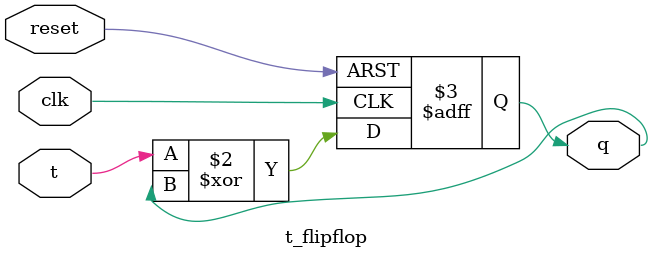
<source format=v>
module t_flipflop(t, clk, reset, q);
input t, clk, reset;
output q;
reg q;

always@(posedge clk or posedge reset)
	if(reset)
 		q <= 1'b0;
	else	
		q <= t^q;

endmodule

</source>
